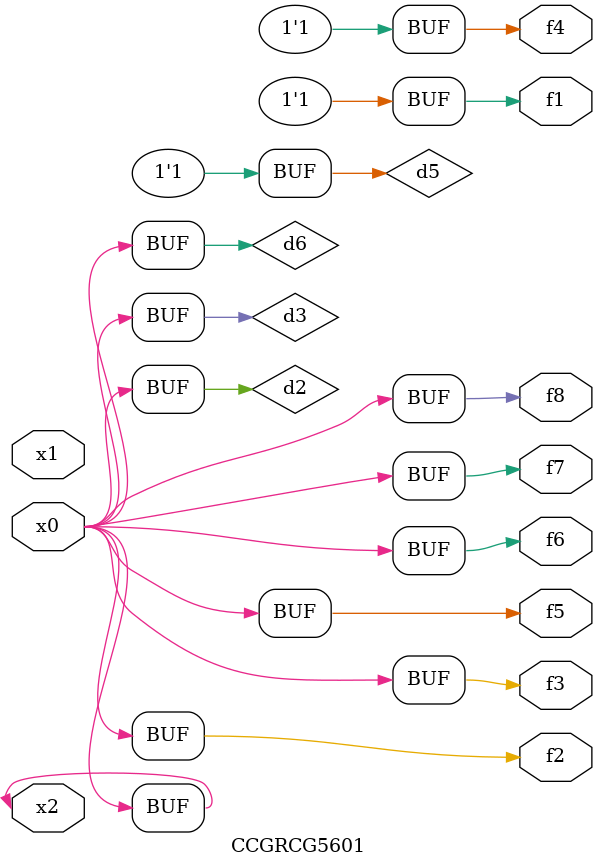
<source format=v>
module CCGRCG5601(
	input x0, x1, x2,
	output f1, f2, f3, f4, f5, f6, f7, f8
);

	wire d1, d2, d3, d4, d5, d6;

	xnor (d1, x2);
	buf (d2, x0, x2);
	and (d3, x0);
	xnor (d4, x1, x2);
	nand (d5, d1, d3);
	buf (d6, d2, d3);
	assign f1 = d5;
	assign f2 = d6;
	assign f3 = d6;
	assign f4 = d5;
	assign f5 = d6;
	assign f6 = d6;
	assign f7 = d6;
	assign f8 = d6;
endmodule

</source>
